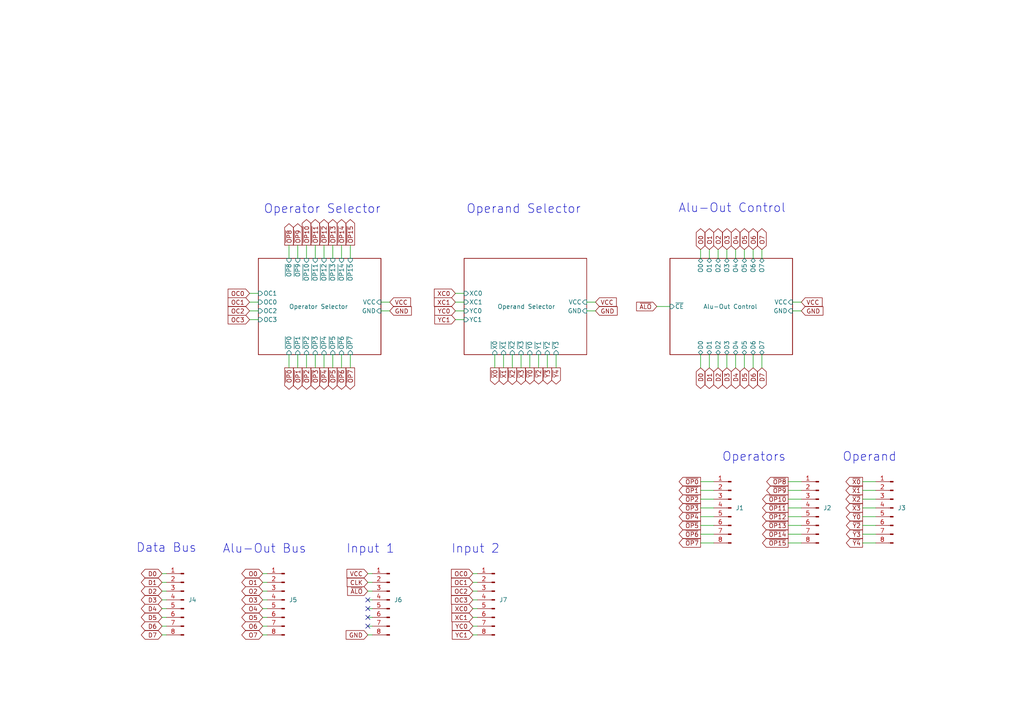
<source format=kicad_sch>
(kicad_sch (version 20250114) (generator "eeschema") (generator_version "9.0")
  (paper "A4")
  (title_block (title "ALU Controls") (date "2025-11-30") (rev "1.0") (company "Marco Vettigli"))
  (lib_symbols
    (symbol "Connector:Conn_01x08_Pin" (pin_names (offset 1.016) (hide yes))
      (property "Reference" "J" (at 0 10.16 0))
      (property "Value" "Conn_01x08_Pin" (at 0 -12.7 0))
      (symbol "Conn_01x08_Pin_1_1"
        (rectangle (start 0.8636 7.747) (end 0 7.493) (stroke (width 0.1524)) (fill (type outline)))
        (rectangle (start 0.8636 5.207) (end 0 4.953) (stroke (width 0.1524)) (fill (type outline)))
        (rectangle (start 0.8636 2.667) (end 0 2.413) (stroke (width 0.1524)) (fill (type outline)))
        (rectangle (start 0.8636 0.127) (end 0 -0.127) (stroke (width 0.1524)) (fill (type outline)))
        (rectangle (start 0.8636 -2.413) (end 0 -2.667) (stroke (width 0.1524)) (fill (type outline)))
        (rectangle (start 0.8636 -4.953) (end 0 -5.207) (stroke (width 0.1524)) (fill (type outline)))
        (rectangle (start 0.8636 -7.493) (end 0 -7.747) (stroke (width 0.1524)) (fill (type outline)))
        (rectangle (start 0.8636 -10.033) (end 0 -10.287) (stroke (width 0.1524)) (fill (type outline)))
        (polyline (pts (xy 1.27 7.62) (xy 0.8636 7.62)) (stroke (width 0.1524)))
        (polyline (pts (xy 1.27 5.08) (xy 0.8636 5.08)) (stroke (width 0.1524)))
        (polyline (pts (xy 1.27 2.54) (xy 0.8636 2.54)) (stroke (width 0.1524)))
        (polyline (pts (xy 1.27 0) (xy 0.8636 0)) (stroke (width 0.1524)))
        (polyline (pts (xy 1.27 -2.54) (xy 0.8636 -2.54)) (stroke (width 0.1524)))
        (polyline (pts (xy 1.27 -5.08) (xy 0.8636 -5.08)) (stroke (width 0.1524)))
        (polyline (pts (xy 1.27 -7.62) (xy 0.8636 -7.62)) (stroke (width 0.1524)))
        (polyline (pts (xy 1.27 -10.16) (xy 0.8636 -10.16)) (stroke (width 0.1524)))
        (pin passive line (at 5.08 7.62 180) (length 3.81) (name "Pin_1") (number "1"))
        (pin passive line (at 5.08 5.08 180) (length 3.81) (name "Pin_2") (number "2"))
        (pin passive line (at 5.08 2.54 180) (length 3.81) (name "Pin_3") (number "3"))
        (pin passive line (at 5.08 0 180) (length 3.81) (name "Pin_4") (number "4"))
        (pin passive line (at 5.08 -2.54 180) (length 3.81) (name "Pin_5") (number "5"))
        (pin passive line (at 5.08 -5.08 180) (length 3.81) (name "Pin_6") (number "6"))
        (pin passive line (at 5.08 -7.62 180) (length 3.81) (name "Pin_7") (number "7"))
        (pin passive line (at 5.08 -10.16 180) (length 3.81) (name "Pin_8") (number "8"))
      )
    )
  )
  (text "Operand Selector" (at 151.892 60.706 0) (effects (font (size 2.54 2.54))))
  (text "Operators" (at 218.694 132.588 0) (effects (font (size 2.54 2.54))))
  (text "Operator Selector" (at 93.472 60.706 0) (effects (font (size 2.54 2.54))))
  (text "Data Bus" (at 48.26 159.004 0) (effects (font (size 2.54 2.54))))
  (text "Alu-Out Bus" (at 76.708 159.258 0) (effects (font (size 2.54 2.54))))
  (text "Operand" (at 252.222 132.588 0) (effects (font (size 2.54 2.54))))
  (text "Input 2" (at 137.922 159.258 0) (effects (font (size 2.54 2.54))))
  (text "Input 1" (at 107.442 159.258 0) (effects (font (size 2.54 2.54))))
  (text "Alu-Out Control" (at 212.344 60.452 0) (effects (font (size 2.54 2.54))))
  (no_connect (at 106.68 181.61))
  (no_connect (at 106.68 173.99))
  (no_connect (at 106.68 179.07))
  (no_connect (at 106.68 176.53))
  (wire (pts (xy 72.39 90.17) (xy 74.93 90.17)))
  (wire (pts (xy 220.98 72.39) (xy 220.98 74.93)))
  (wire (pts (xy 170.18 90.17) (xy 172.72 90.17)))
  (wire (pts (xy 207.01 139.7) (xy 203.2 139.7)))
  (wire (pts (xy 137.16 181.61) (xy 138.43 181.61)))
  (wire (pts (xy 137.16 171.45) (xy 138.43 171.45)))
  (wire (pts (xy 218.44 72.39) (xy 218.44 74.93)))
  (wire (pts (xy 254 157.48) (xy 250.19 157.48)))
  (wire (pts (xy 254 142.24) (xy 250.19 142.24)))
  (wire (pts (xy 208.28 72.39) (xy 208.28 74.93)))
  (wire (pts (xy 220.98 102.87) (xy 220.98 106.68)))
  (wire (pts (xy 88.9 74.93) (xy 88.9 71.12)))
  (wire (pts (xy 156.21 102.87) (xy 156.21 106.68)))
  (wire (pts (xy 137.16 176.53) (xy 138.43 176.53)))
  (wire (pts (xy 207.01 157.48) (xy 203.2 157.48)))
  (wire (pts (xy 161.29 102.87) (xy 161.29 106.68)))
  (wire (pts (xy 207.01 149.86) (xy 203.2 149.86)))
  (wire (pts (xy 229.87 87.63) (xy 232.41 87.63)))
  (wire (pts (xy 132.08 87.63) (xy 134.62 87.63)))
  (wire (pts (xy 232.41 154.94) (xy 228.6 154.94)))
  (wire (pts (xy 137.16 184.15) (xy 138.43 184.15)))
  (wire (pts (xy 96.52 74.93) (xy 96.52 71.12)))
  (wire (pts (xy 99.06 102.87) (xy 99.06 106.68)))
  (wire (pts (xy 48.26 176.53) (xy 46.99 176.53)))
  (wire (pts (xy 77.47 181.61) (xy 76.2 181.61)))
  (wire (pts (xy 232.41 152.4) (xy 228.6 152.4)))
  (wire (pts (xy 106.68 176.53) (xy 107.95 176.53)))
  (wire (pts (xy 96.52 102.87) (xy 96.52 106.68)))
  (wire (pts (xy 213.36 102.87) (xy 213.36 106.68)))
  (wire (pts (xy 232.41 142.24) (xy 228.6 142.24)))
  (wire (pts (xy 72.39 92.71) (xy 74.93 92.71)))
  (wire (pts (xy 146.05 102.87) (xy 146.05 106.68)))
  (wire (pts (xy 213.36 72.39) (xy 213.36 74.93)))
  (wire (pts (xy 48.26 181.61) (xy 46.99 181.61)))
  (wire (pts (xy 232.41 144.78) (xy 228.6 144.78)))
  (wire (pts (xy 137.16 168.91) (xy 138.43 168.91)))
  (wire (pts (xy 232.41 149.86) (xy 228.6 149.86)))
  (wire (pts (xy 232.41 147.32) (xy 228.6 147.32)))
  (wire (pts (xy 77.47 166.37) (xy 76.2 166.37)))
  (wire (pts (xy 210.82 102.87) (xy 210.82 106.68)))
  (wire (pts (xy 91.44 74.93) (xy 91.44 71.12)))
  (wire (pts (xy 48.26 184.15) (xy 46.99 184.15)))
  (wire (pts (xy 207.01 154.94) (xy 203.2 154.94)))
  (wire (pts (xy 99.06 74.93) (xy 99.06 71.12)))
  (wire (pts (xy 110.49 87.63) (xy 113.03 87.63)))
  (wire (pts (xy 229.87 90.17) (xy 232.41 90.17)))
  (wire (pts (xy 143.51 102.87) (xy 143.51 106.68)))
  (wire (pts (xy 106.68 181.61) (xy 107.95 181.61)))
  (wire (pts (xy 205.74 72.39) (xy 205.74 74.93)))
  (wire (pts (xy 106.68 184.15) (xy 107.95 184.15)))
  (wire (pts (xy 86.36 74.93) (xy 86.36 71.12)))
  (wire (pts (xy 254 139.7) (xy 250.19 139.7)))
  (wire (pts (xy 232.41 139.7) (xy 228.6 139.7)))
  (wire (pts (xy 88.9 102.87) (xy 88.9 106.68)))
  (wire (pts (xy 77.47 173.99) (xy 76.2 173.99)))
  (wire (pts (xy 205.74 102.87) (xy 205.74 106.68)))
  (wire (pts (xy 72.39 87.63) (xy 74.93 87.63)))
  (wire (pts (xy 93.98 74.93) (xy 93.98 71.12)))
  (wire (pts (xy 106.68 179.07) (xy 107.95 179.07)))
  (wire (pts (xy 137.16 173.99) (xy 138.43 173.99)))
  (wire (pts (xy 218.44 102.87) (xy 218.44 106.68)))
  (wire (pts (xy 48.26 179.07) (xy 46.99 179.07)))
  (wire (pts (xy 151.13 102.87) (xy 151.13 106.68)))
  (wire (pts (xy 148.59 102.87) (xy 148.59 106.68)))
  (wire (pts (xy 207.01 152.4) (xy 203.2 152.4)))
  (wire (pts (xy 170.18 87.63) (xy 172.72 87.63)))
  (wire (pts (xy 106.68 166.37) (xy 107.95 166.37)))
  (wire (pts (xy 101.6 74.93) (xy 101.6 71.12)))
  (wire (pts (xy 77.47 176.53) (xy 76.2 176.53)))
  (wire (pts (xy 153.67 102.87) (xy 153.67 106.68)))
  (wire (pts (xy 203.2 72.39) (xy 203.2 74.93)))
  (wire (pts (xy 132.08 90.17) (xy 134.62 90.17)))
  (wire (pts (xy 132.08 85.09) (xy 134.62 85.09)))
  (wire (pts (xy 137.16 166.37) (xy 138.43 166.37)))
  (wire (pts (xy 254 144.78) (xy 250.19 144.78)))
  (wire (pts (xy 210.82 72.39) (xy 210.82 74.93)))
  (wire (pts (xy 106.68 173.99) (xy 107.95 173.99)))
  (wire (pts (xy 91.44 102.87) (xy 91.44 106.68)))
  (wire (pts (xy 158.75 102.87) (xy 158.75 106.68)))
  (wire (pts (xy 77.47 171.45) (xy 76.2 171.45)))
  (wire (pts (xy 93.98 102.87) (xy 93.98 106.68)))
  (wire (pts (xy 72.39 85.09) (xy 74.93 85.09)))
  (wire (pts (xy 215.9 72.39) (xy 215.9 74.93)))
  (wire (pts (xy 110.49 90.17) (xy 113.03 90.17)))
  (wire (pts (xy 77.47 179.07) (xy 76.2 179.07)))
  (wire (pts (xy 203.2 102.87) (xy 203.2 106.68)))
  (wire (pts (xy 232.41 157.48) (xy 228.6 157.48)))
  (wire (pts (xy 106.68 168.91) (xy 107.95 168.91)))
  (wire (pts (xy 254 152.4) (xy 250.19 152.4)))
  (wire (pts (xy 101.6 102.87) (xy 101.6 106.68)))
  (wire (pts (xy 254 147.32) (xy 250.19 147.32)))
  (wire (pts (xy 48.26 171.45) (xy 46.99 171.45)))
  (wire (pts (xy 137.16 179.07) (xy 138.43 179.07)))
  (wire (pts (xy 48.26 166.37) (xy 46.99 166.37)))
  (wire (pts (xy 215.9 102.87) (xy 215.9 106.68)))
  (wire (pts (xy 48.26 168.91) (xy 46.99 168.91)))
  (wire (pts (xy 254 154.94) (xy 250.19 154.94)))
  (wire (pts (xy 48.26 173.99) (xy 46.99 173.99)))
  (wire (pts (xy 207.01 142.24) (xy 203.2 142.24)))
  (wire (pts (xy 106.68 171.45) (xy 107.95 171.45)))
  (wire (pts (xy 77.47 184.15) (xy 76.2 184.15)))
  (wire (pts (xy 77.47 168.91) (xy 76.2 168.91)))
  (wire (pts (xy 254 149.86) (xy 250.19 149.86)))
  (wire (pts (xy 207.01 147.32) (xy 203.2 147.32)))
  (wire (pts (xy 86.36 102.87) (xy 86.36 106.68)))
  (wire (pts (xy 208.28 102.87) (xy 208.28 106.68)))
  (wire (pts (xy 207.01 144.78) (xy 203.2 144.78)))
  (wire (pts (xy 190.5 88.9) (xy 194.31 88.9)))
  (wire (pts (xy 132.08 92.71) (xy 134.62 92.71)))
  (wire (pts (xy 83.82 102.87) (xy 83.82 106.68)))
  (wire (pts (xy 83.82 74.93) (xy 83.82 71.12)))
  (global_label "O3" (shape tri_state) (at 76.2 173.99 180) (property "Intersheetrefs" "${INTERSHEET_REFS}" (effects (hide yes))))
  (global_label "~{OP3}" (shape output) (at 91.44 106.68 270) (property "Intersheetrefs" "${INTERSHEET_REFS}" (effects (hide yes))))
  (global_label "~{OP5}" (shape output) (at 96.52 106.68 270) (property "Intersheetrefs" "${INTERSHEET_REFS}" (effects (hide yes))))
  (global_label "D4" (shape tri_state) (at 213.36 106.68 270) (property "Intersheetrefs" "${INTERSHEET_REFS}" (effects (hide yes))))
  (global_label "~{OP1}" (shape output) (at 203.2 142.24 180) (property "Intersheetrefs" "${INTERSHEET_REFS}" (effects (hide yes))))
  (global_label "O0" (shape tri_state) (at 76.2 166.37 180) (property "Intersheetrefs" "${INTERSHEET_REFS}" (effects (hide yes))))
  (global_label "D3" (shape tri_state) (at 46.99 173.99 180) (property "Intersheetrefs" "${INTERSHEET_REFS}" (effects (hide yes))))
  (global_label "~{OP11}" (shape output) (at 228.6 147.32 180) (property "Intersheetrefs" "${INTERSHEET_REFS}" (effects (hide yes))))
  (global_label "~{OP0}" (shape output) (at 203.2 139.7 180) (property "Intersheetrefs" "${INTERSHEET_REFS}" (effects (hide yes))))
  (global_label "YC1" (shape input) (at 137.16 184.15 180) (property "Intersheetrefs" "${INTERSHEET_REFS}" (effects (hide yes))))
  (global_label "XC0" (shape input) (at 137.16 176.53 180) (property "Intersheetrefs" "${INTERSHEET_REFS}" (effects (hide yes))))
  (global_label "D0" (shape tri_state) (at 46.99 166.37 180) (property "Intersheetrefs" "${INTERSHEET_REFS}" (effects (hide yes))))
  (global_label "~{OP6}" (shape output) (at 203.2 154.94 180) (property "Intersheetrefs" "${INTERSHEET_REFS}" (effects (hide yes))))
  (global_label "~{X2}" (shape output) (at 148.59 106.68 270) (property "Intersheetrefs" "${INTERSHEET_REFS}" (effects (hide yes))))
  (global_label "O0" (shape tri_state) (at 203.2 72.39 90) (property "Intersheetrefs" "${INTERSHEET_REFS}" (effects (hide yes))))
  (global_label "~{OP5}" (shape output) (at 203.2 152.4 180) (property "Intersheetrefs" "${INTERSHEET_REFS}" (effects (hide yes))))
  (global_label "O2" (shape tri_state) (at 76.2 171.45 180) (property "Intersheetrefs" "${INTERSHEET_REFS}" (effects (hide yes))))
  (global_label "YC0" (shape input) (at 132.08 90.17 180) (property "Intersheetrefs" "${INTERSHEET_REFS}" (effects (hide yes))))
  (global_label "~{Y0}" (shape output) (at 153.67 106.68 270) (property "Intersheetrefs" "${INTERSHEET_REFS}" (effects (hide yes))))
  (global_label "YC1" (shape input) (at 132.08 92.71 180) (property "Intersheetrefs" "${INTERSHEET_REFS}" (effects (hide yes))))
  (global_label "OC0" (shape input) (at 137.16 166.37 180) (property "Intersheetrefs" "${INTERSHEET_REFS}" (effects (hide yes))))
  (global_label "~{X3}" (shape output) (at 250.19 147.32 180) (property "Intersheetrefs" "${INTERSHEET_REFS}" (effects (hide yes))))
  (global_label "D2" (shape tri_state) (at 46.99 171.45 180) (property "Intersheetrefs" "${INTERSHEET_REFS}" (effects (hide yes))))
  (global_label "~{OP3}" (shape output) (at 203.2 147.32 180) (property "Intersheetrefs" "${INTERSHEET_REFS}" (effects (hide yes))))
  (global_label "O7" (shape tri_state) (at 220.98 72.39 90) (property "Intersheetrefs" "${INTERSHEET_REFS}" (effects (hide yes))))
  (global_label "VCC" (shape input) (at 106.68 166.37 180) (property "Intersheetrefs" "${INTERSHEET_REFS}" (effects (hide yes))))
  (global_label "GND" (shape input) (at 172.72 90.17 0) (property "Intersheetrefs" "${INTERSHEET_REFS}" (effects (hide yes))))
  (global_label "~{X0}" (shape output) (at 250.19 139.7 180) (property "Intersheetrefs" "${INTERSHEET_REFS}" (effects (hide yes))))
  (global_label "D1" (shape tri_state) (at 46.99 168.91 180) (property "Intersheetrefs" "${INTERSHEET_REFS}" (effects (hide yes))))
  (global_label "~{OP2}" (shape output) (at 88.9 106.68 270) (property "Intersheetrefs" "${INTERSHEET_REFS}" (effects (hide yes))))
  (global_label "CLK" (shape input) (at 106.68 168.91 180) (property "Intersheetrefs" "${INTERSHEET_REFS}" (effects (hide yes))))
  (global_label "OC2" (shape input) (at 137.16 171.45 180) (property "Intersheetrefs" "${INTERSHEET_REFS}" (effects (hide yes))))
  (global_label "O7" (shape tri_state) (at 76.2 184.15 180) (property "Intersheetrefs" "${INTERSHEET_REFS}" (effects (hide yes))))
  (global_label "O5" (shape tri_state) (at 76.2 179.07 180) (property "Intersheetrefs" "${INTERSHEET_REFS}" (effects (hide yes))))
  (global_label "~{OP8}" (shape output) (at 228.6 139.7 180) (property "Intersheetrefs" "${INTERSHEET_REFS}" (effects (hide yes))))
  (global_label "XC0" (shape input) (at 132.08 85.09 180) (property "Intersheetrefs" "${INTERSHEET_REFS}" (effects (hide yes))))
  (global_label "D5" (shape tri_state) (at 46.99 179.07 180) (property "Intersheetrefs" "${INTERSHEET_REFS}" (effects (hide yes))))
  (global_label "D4" (shape tri_state) (at 46.99 176.53 180) (property "Intersheetrefs" "${INTERSHEET_REFS}" (effects (hide yes))))
  (global_label "~{ALO}" (shape input) (at 190.5 88.9 180) (property "Intersheetrefs" "${INTERSHEET_REFS}" (effects (hide yes))))
  (global_label "O5" (shape tri_state) (at 215.9 72.39 90) (property "Intersheetrefs" "${INTERSHEET_REFS}" (effects (hide yes))))
  (global_label "O4" (shape tri_state) (at 76.2 176.53 180) (property "Intersheetrefs" "${INTERSHEET_REFS}" (effects (hide yes))))
  (global_label "D5" (shape tri_state) (at 215.9 106.68 270) (property "Intersheetrefs" "${INTERSHEET_REFS}" (effects (hide yes))))
  (global_label "~{Y4}" (shape output) (at 250.19 157.48 180) (property "Intersheetrefs" "${INTERSHEET_REFS}" (effects (hide yes))))
  (global_label "~{Y3}" (shape output) (at 158.75 106.68 270) (property "Intersheetrefs" "${INTERSHEET_REFS}" (effects (hide yes))))
  (global_label "OC1" (shape input) (at 137.16 168.91 180) (property "Intersheetrefs" "${INTERSHEET_REFS}" (effects (hide yes))))
  (global_label "D7" (shape tri_state) (at 46.99 184.15 180) (property "Intersheetrefs" "${INTERSHEET_REFS}" (effects (hide yes))))
  (global_label "D6" (shape tri_state) (at 218.44 106.68 270) (property "Intersheetrefs" "${INTERSHEET_REFS}" (effects (hide yes))))
  (global_label "VCC" (shape input) (at 113.03 87.63 0) (property "Intersheetrefs" "${INTERSHEET_REFS}" (effects (hide yes))))
  (global_label "~{OP4}" (shape output) (at 93.98 106.68 270) (property "Intersheetrefs" "${INTERSHEET_REFS}" (effects (hide yes))))
  (global_label "~{OP15}" (shape output) (at 228.6 157.48 180) (property "Intersheetrefs" "${INTERSHEET_REFS}" (effects (hide yes))))
  (global_label "~{OP7}" (shape output) (at 203.2 157.48 180) (property "Intersheetrefs" "${INTERSHEET_REFS}" (effects (hide yes))))
  (global_label "O4" (shape tri_state) (at 213.36 72.39 90) (property "Intersheetrefs" "${INTERSHEET_REFS}" (effects (hide yes))))
  (global_label "D2" (shape tri_state) (at 208.28 106.68 270) (property "Intersheetrefs" "${INTERSHEET_REFS}" (effects (hide yes))))
  (global_label "~{ALO}" (shape input) (at 106.68 171.45 180) (property "Intersheetrefs" "${INTERSHEET_REFS}" (effects (hide yes))))
  (global_label "~{OP12}" (shape output) (at 93.98 71.12 90) (property "Intersheetrefs" "${INTERSHEET_REFS}" (effects (hide yes))))
  (global_label "~{OP2}" (shape output) (at 203.2 144.78 180) (property "Intersheetrefs" "${INTERSHEET_REFS}" (effects (hide yes))))
  (global_label "~{OP8}" (shape output) (at 83.82 71.12 90) (property "Intersheetrefs" "${INTERSHEET_REFS}" (effects (hide yes))))
  (global_label "XC1" (shape input) (at 137.16 179.07 180) (property "Intersheetrefs" "${INTERSHEET_REFS}" (effects (hide yes))))
  (global_label "~{OP14}" (shape output) (at 99.06 71.12 90) (property "Intersheetrefs" "${INTERSHEET_REFS}" (effects (hide yes))))
  (global_label "~{OP10}" (shape output) (at 88.9 71.12 90) (property "Intersheetrefs" "${INTERSHEET_REFS}" (effects (hide yes))))
  (global_label "OC0" (shape input) (at 72.39 85.09 180) (property "Intersheetrefs" "${INTERSHEET_REFS}" (effects (hide yes))))
  (global_label "O1" (shape tri_state) (at 76.2 168.91 180) (property "Intersheetrefs" "${INTERSHEET_REFS}" (effects (hide yes))))
  (global_label "~{OP4}" (shape output) (at 203.2 149.86 180) (property "Intersheetrefs" "${INTERSHEET_REFS}" (effects (hide yes))))
  (global_label "XC1" (shape input) (at 132.08 87.63 180) (property "Intersheetrefs" "${INTERSHEET_REFS}" (effects (hide yes))))
  (global_label "~{X0}" (shape output) (at 143.51 106.68 270) (property "Intersheetrefs" "${INTERSHEET_REFS}" (effects (hide yes))))
  (global_label "~{OP13}" (shape output) (at 228.6 152.4 180) (property "Intersheetrefs" "${INTERSHEET_REFS}" (effects (hide yes))))
  (global_label "~{OP9}" (shape output) (at 228.6 142.24 180) (property "Intersheetrefs" "${INTERSHEET_REFS}" (effects (hide yes))))
  (global_label "D6" (shape tri_state) (at 46.99 181.61 180) (property "Intersheetrefs" "${INTERSHEET_REFS}" (effects (hide yes))))
  (global_label "VCC" (shape input) (at 232.41 87.63 0) (property "Intersheetrefs" "${INTERSHEET_REFS}" (effects (hide yes))))
  (global_label "O6" (shape tri_state) (at 218.44 72.39 90) (property "Intersheetrefs" "${INTERSHEET_REFS}" (effects (hide yes))))
  (global_label "O6" (shape tri_state) (at 76.2 181.61 180) (property "Intersheetrefs" "${INTERSHEET_REFS}" (effects (hide yes))))
  (global_label "O1" (shape tri_state) (at 205.74 72.39 90) (property "Intersheetrefs" "${INTERSHEET_REFS}" (effects (hide yes))))
  (global_label "OC1" (shape input) (at 72.39 87.63 180) (property "Intersheetrefs" "${INTERSHEET_REFS}" (effects (hide yes))))
  (global_label "GND" (shape input) (at 113.03 90.17 0) (property "Intersheetrefs" "${INTERSHEET_REFS}" (effects (hide yes))))
  (global_label "O2" (shape tri_state) (at 208.28 72.39 90) (property "Intersheetrefs" "${INTERSHEET_REFS}" (effects (hide yes))))
  (global_label "O3" (shape tri_state) (at 210.82 72.39 90) (property "Intersheetrefs" "${INTERSHEET_REFS}" (effects (hide yes))))
  (global_label "D7" (shape tri_state) (at 220.98 106.68 270) (property "Intersheetrefs" "${INTERSHEET_REFS}" (effects (hide yes))))
  (global_label "~{X3}" (shape output) (at 151.13 106.68 270) (property "Intersheetrefs" "${INTERSHEET_REFS}" (effects (hide yes))))
  (global_label "~{OP7}" (shape output) (at 101.6 106.68 270) (property "Intersheetrefs" "${INTERSHEET_REFS}" (effects (hide yes))))
  (global_label "~{OP9}" (shape output) (at 86.36 71.12 90) (property "Intersheetrefs" "${INTERSHEET_REFS}" (effects (hide yes))))
  (global_label "~{Y0}" (shape output) (at 250.19 149.86 180) (property "Intersheetrefs" "${INTERSHEET_REFS}" (effects (hide yes))))
  (global_label "~{Y4}" (shape output) (at 161.29 106.68 270) (property "Intersheetrefs" "${INTERSHEET_REFS}" (effects (hide yes))))
  (global_label "OC2" (shape input) (at 72.39 90.17 180) (property "Intersheetrefs" "${INTERSHEET_REFS}" (effects (hide yes))))
  (global_label "~{OP10}" (shape output) (at 228.6 144.78 180) (property "Intersheetrefs" "${INTERSHEET_REFS}" (effects (hide yes))))
  (global_label "OC3" (shape input) (at 137.16 173.99 180) (property "Intersheetrefs" "${INTERSHEET_REFS}" (effects (hide yes))))
  (global_label "~{OP11}" (shape output) (at 91.44 71.12 90) (property "Intersheetrefs" "${INTERSHEET_REFS}" (effects (hide yes))))
  (global_label "~{Y2}" (shape output) (at 156.21 106.68 270) (property "Intersheetrefs" "${INTERSHEET_REFS}" (effects (hide yes))))
  (global_label "~{X1}" (shape output) (at 146.05 106.68 270) (property "Intersheetrefs" "${INTERSHEET_REFS}" (effects (hide yes))))
  (global_label "~{OP12}" (shape output) (at 228.6 149.86 180) (property "Intersheetrefs" "${INTERSHEET_REFS}" (effects (hide yes))))
  (global_label "VCC" (shape input) (at 172.72 87.63 0) (property "Intersheetrefs" "${INTERSHEET_REFS}" (effects (hide yes))))
  (global_label "D1" (shape tri_state) (at 205.74 106.68 270) (property "Intersheetrefs" "${INTERSHEET_REFS}" (effects (hide yes))))
  (global_label "D0" (shape tri_state) (at 203.2 106.68 270) (property "Intersheetrefs" "${INTERSHEET_REFS}" (effects (hide yes))))
  (global_label "~{OP14}" (shape output) (at 228.6 154.94 180) (property "Intersheetrefs" "${INTERSHEET_REFS}" (effects (hide yes))))
  (global_label "~{Y3}" (shape output) (at 250.19 154.94 180) (property "Intersheetrefs" "${INTERSHEET_REFS}" (effects (hide yes))))
  (global_label "~{OP15}" (shape output) (at 101.6 71.12 90) (property "Intersheetrefs" "${INTERSHEET_REFS}" (effects (hide yes))))
  (global_label "GND" (shape input) (at 232.41 90.17 0) (property "Intersheetrefs" "${INTERSHEET_REFS}" (effects (hide yes))))
  (global_label "~{X2}" (shape output) (at 250.19 144.78 180) (property "Intersheetrefs" "${INTERSHEET_REFS}" (effects (hide yes))))
  (global_label "~{X1}" (shape output) (at 250.19 142.24 180) (property "Intersheetrefs" "${INTERSHEET_REFS}" (effects (hide yes))))
  (global_label "~{OP13}" (shape output) (at 96.52 71.12 90) (property "Intersheetrefs" "${INTERSHEET_REFS}" (effects (hide yes))))
  (global_label "YC0" (shape input) (at 137.16 181.61 180) (property "Intersheetrefs" "${INTERSHEET_REFS}" (effects (hide yes))))
  (global_label "~{OP1}" (shape output) (at 86.36 106.68 270) (property "Intersheetrefs" "${INTERSHEET_REFS}" (effects (hide yes))))
  (global_label "~{Y2}" (shape output) (at 250.19 152.4 180) (property "Intersheetrefs" "${INTERSHEET_REFS}" (effects (hide yes))))
  (global_label "~{OP0}" (shape output) (at 83.82 106.68 270) (property "Intersheetrefs" "${INTERSHEET_REFS}" (effects (hide yes))))
  (global_label "~{OP6}" (shape output) (at 99.06 106.68 270) (property "Intersheetrefs" "${INTERSHEET_REFS}" (effects (hide yes))))
  (global_label "OC3" (shape input) (at 72.39 92.71 180) (property "Intersheetrefs" "${INTERSHEET_REFS}" (effects (hide yes))))
  (global_label "D3" (shape tri_state) (at 210.82 106.68 270) (property "Intersheetrefs" "${INTERSHEET_REFS}" (effects (hide yes))))
  (global_label "GND" (shape input) (at 106.68 184.15 180) (property "Intersheetrefs" "${INTERSHEET_REFS}" (effects (hide yes))))
  (symbol (lib_id "Connector:Conn_01x08_Pin") (at 237.49 147.32 0) (mirror y) (unit 1)
    (property "Reference" "J2" (at 238.76 147.3199 0) (effects (justify right)))
    (property "Value" "Operators 2" (effects (hide yes)))
    (property "Footprint" "Custom:PinHeader_1x08_P2.54mm_Vertical" (effects (hide yes)))
    (property "Description" "Generic connector, single row, 01x08, script generated" (effects (hide yes)))
  )
  (symbol (lib_id "Connector:Conn_01x08_Pin") (at 143.51 173.99 0) (mirror y) (unit 1)
    (property "Reference" "J7" (at 144.78 173.9899 0) (effects (justify right)))
    (property "Value" "Input 2" (effects (hide yes)))
    (property "Footprint" "Custom:PinHeader_1x08_P2.54mm_Horizontal" (effects (hide yes)))
    (property "Description" "Generic connector, single row, 01x08, script generated" (effects (hide yes)))
  )
  (symbol (lib_id "Connector:Conn_01x08_Pin") (at 82.55 173.99 0) (mirror y) (unit 1)
    (property "Reference" "J5" (at 83.82 173.9899 0) (effects (justify right)))
    (property "Value" "Alu-Out Bus" (effects (hide yes)))
    (property "Footprint" "Custom:PinHeader_1x08_P2.54mm_Horizontal" (effects (hide yes)))
    (property "Description" "Generic connector, single row, 01x08, script generated" (effects (hide yes)))
  )
  (symbol (lib_id "Connector:Conn_01x08_Pin") (at 212.09 147.32 0) (mirror y) (unit 1)
    (property "Reference" "J1" (at 213.36 147.3199 0) (effects (justify right)))
    (property "Value" "Operators 1" (effects (hide yes)))
    (property "Footprint" "Custom:PinHeader_1x08_P2.54mm_Vertical" (effects (hide yes)))
    (property "Description" "Generic connector, single row, 01x08, script generated" (effects (hide yes)))
  )
  (symbol (lib_id "Connector:Conn_01x08_Pin") (at 259.08 147.32 0) (mirror y) (unit 1)
    (property "Reference" "J3" (at 260.35 147.3199 0) (effects (justify right)))
    (property "Value" "Operand" (effects (hide yes)))
    (property "Footprint" "Custom:PinHeader_1x08_P2.54mm_Vertical" (effects (hide yes)))
    (property "Description" "Generic connector, single row, 01x08, script generated" (effects (hide yes)))
  )
  (symbol (lib_id "Connector:Conn_01x08_Pin") (at 113.03 173.99 0) (mirror y) (unit 1)
    (property "Reference" "J6" (at 114.3 173.9899 0) (effects (justify right)))
    (property "Value" "Input 1" (effects (hide yes)))
    (property "Footprint" "Custom:PinHeader_1x08_P2.54mm_Horizontal" (effects (hide yes)))
    (property "Description" "Generic connector, single row, 01x08, script generated" (effects (hide yes)))
  )
  (symbol (lib_id "Connector:Conn_01x08_Pin") (at 53.34 173.99 0) (mirror y) (unit 1)
    (property "Reference" "J4" (at 54.61 173.9899 0) (effects (justify right)))
    (property "Value" "Data Bus" (effects (hide yes)))
    (property "Footprint" "Custom:PinHeader_1x08_P2.54mm_Horizontal" (effects (hide yes)))
    (property "Description" "Generic connector, single row, 01x08, script generated" (effects (hide yes)))
  )
  (sheet (at 74.93 74.93) (size 35.56 27.94) (stroke (width 0.1524))
    (property "Sheetname" "Operator Selector" (at 83.82 89.662 0) (effects (justify left bottom)))
    (property "Sheetfile" "operator_selector.kicad_sch" (effects (hide yes)))
    (pin "GND" input (at 110.49 90.17 0))
    (pin "VCC" input (at 110.49 87.63 0))
    (pin "OC1" input (at 74.93 85.09 180))
    (pin "OC0" input (at 74.93 87.63 180))
    (pin "OC2" input (at 74.93 90.17 180))
    (pin "OC3" input (at 74.93 92.71 180))
    (pin "~{OP1}" input (at 86.36 102.87 270))
    (pin "~{OP7}" input (at 101.6 102.87 270))
    (pin "~{OP3}" input (at 91.44 102.87 270))
    (pin "~{OP6}" input (at 99.06 102.87 270))
    (pin "~{OP5}" input (at 96.52 102.87 270))
    (pin "~{OP4}" input (at 93.98 102.87 270))
    (pin "~{OP0}" input (at 83.82 102.87 270))
    (pin "~{OP2}" input (at 88.9 102.87 270))
    (pin "~{OP14}" input (at 99.06 74.93 90))
    (pin "~{OP10}" input (at 88.9 74.93 90))
    (pin "~{OP9}" input (at 86.36 74.93 90))
    (pin "~{OP15}" input (at 101.6 74.93 90))
    (pin "~{OP12}" input (at 93.98 74.93 90))
    (pin "~{OP13}" input (at 96.52 74.93 90))
    (pin "~{OP11}" input (at 91.44 74.93 90))
    (pin "~{OP8}" input (at 83.82 74.93 90))
  )
  (sheet (at 134.62 74.93) (size 35.56 27.94) (stroke (width 0.1524))
    (property "Sheetname" "Operand Selector" (at 144.272 89.662 0) (effects (justify left bottom)))
    (property "Sheetfile" "operand_selector.kicad_sch" (effects (hide yes)))
    (pin "VCC" input (at 170.18 87.63 0))
    (pin "GND" input (at 170.18 90.17 0))
    (pin "XC0" input (at 134.62 85.09 180))
    (pin "XC1" input (at 134.62 87.63 180))
    (pin "YC0" input (at 134.62 90.17 180))
    (pin "YC1" input (at 134.62 92.71 180))
    (pin "~{Y2}" input (at 158.75 102.87 270))
    (pin "~{Y1}" input (at 156.21 102.87 270))
    (pin "~{Y3}" input (at 161.29 102.87 270))
    (pin "~{X0}" input (at 143.51 102.87 270))
    (pin "~{X3}" input (at 151.13 102.87 270))
    (pin "~{X2}" input (at 148.59 102.87 270))
    (pin "~{X1}" input (at 146.05 102.87 270))
    (pin "~{Y0}" input (at 153.67 102.87 270))
  )
  (sheet (at 194.31 74.93) (size 35.56 27.94) (stroke (width 0.1524))
    (property "Sheetname" "Alu-Out Control" (at 203.962 89.662 0) (effects (justify left bottom)))
    (property "Sheetfile" "alu-out_control.kicad_sch" (effects (hide yes)))
    (pin "D2" tri_state (at 208.28 102.87 270))
    (pin "D5" tri_state (at 215.9 102.87 270))
    (pin "D0" tri_state (at 203.2 102.87 270))
    (pin "D1" tri_state (at 205.74 102.87 270))
    (pin "D4" tri_state (at 213.36 102.87 270))
    (pin "D3" tri_state (at 210.82 102.87 270))
    (pin "D6" tri_state (at 218.44 102.87 270))
    (pin "D7" tri_state (at 220.98 102.87 270))
    (pin "O1" tri_state (at 205.74 74.93 90))
    (pin "O4" tri_state (at 213.36 74.93 90))
    (pin "O2" tri_state (at 208.28 74.93 90))
    (pin "O5" tri_state (at 215.9 74.93 90))
    (pin "O3" tri_state (at 210.82 74.93 90))
    (pin "O6" tri_state (at 218.44 74.93 90))
    (pin "O0" tri_state (at 203.2 74.93 90))
    (pin "O7" tri_state (at 220.98 74.93 90))
    (pin "GND" input (at 229.87 90.17 0))
    (pin "VCC" input (at 229.87 87.63 0))
    (pin "~{CE}" input (at 194.31 88.9 180))
  )
)
</source>
